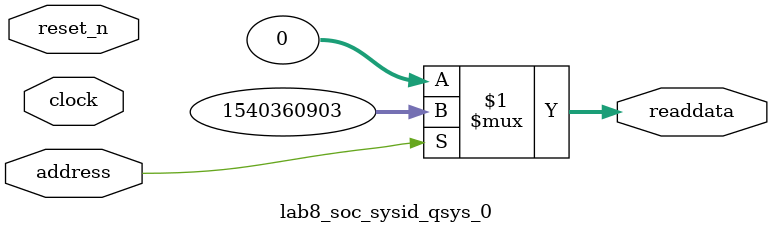
<source format=v>



// synthesis translate_off
`timescale 1ns / 1ps
// synthesis translate_on

// turn off superfluous verilog processor warnings 
// altera message_level Level1 
// altera message_off 10034 10035 10036 10037 10230 10240 10030 

module lab8_soc_sysid_qsys_0 (
               // inputs:
                address,
                clock,
                reset_n,

               // outputs:
                readdata
             )
;

  output  [ 31: 0] readdata;
  input            address;
  input            clock;
  input            reset_n;

  wire    [ 31: 0] readdata;
  //control_slave, which is an e_avalon_slave
  assign readdata = address ? 1540360903 : 0;

endmodule



</source>
